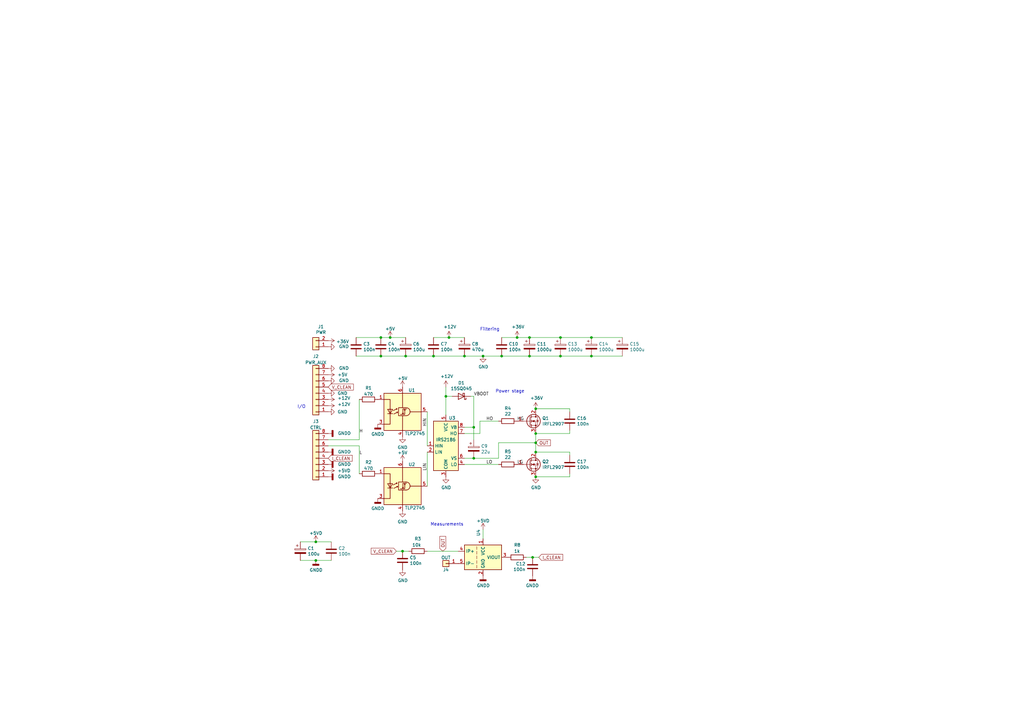
<source format=kicad_sch>
(kicad_sch (version 20211123) (generator eeschema)
  (paper "A3")
  (lib_symbols
    (symbol "Connector_Generic:Conn_01x01" (pin_names (offset 1.016) hide)
      (property "Reference" "J" (at 0 2.54 0))
      (property "Value" "Conn_01x01" (at 0 -2.54 0))
      (symbol "Conn_01x01_1_1"
        (rectangle (start -1.27 0.127) (end 0 -0.127) (stroke (width 0.1524)))
        (rectangle (start -1.27 1.27) (end 1.27 -1.27) (stroke (width 0.254)) (fill (type background)))
        (pin passive line (at -5.08 0 0) (length 3.81) (name "Pin_1") (number "1"))
      )
    )
    (symbol "Connector_Generic:Conn_01x02" (pin_names (offset 1.016) hide)
      (property "Reference" "J" (at 0 2.54 0))
      (property "Value" "Conn_01x02" (at 0 -5.08 0))
      (symbol "Conn_01x02_1_1"
        (rectangle (start -1.27 -2.413) (end 0 -2.667) (stroke (width 0.1524)))
        (rectangle (start -1.27 0.127) (end 0 -0.127) (stroke (width 0.1524)))
        (rectangle (start -1.27 1.27) (end 1.27 -3.81) (stroke (width 0.254)) (fill (type background)))
        (pin passive line (at -5.08 0 0) (length 3.81) (name "Pin_1") (number "1"))
        (pin passive line (at -5.08 -2.54 0) (length 3.81) (name "Pin_2") (number "2"))
      )
    )
    (symbol "Connector_Generic:Conn_01x08" (pin_names (offset 1.016) hide)
      (property "Reference" "J" (at 0 10.16 0))
      (property "Value" "Conn_01x08" (at 0 -12.7 0))
      (symbol "Conn_01x08_1_1"
        (rectangle (start -1.27 -10.033) (end 0 -10.287) (stroke (width 0.1524)))
        (rectangle (start -1.27 -7.493) (end 0 -7.747) (stroke (width 0.1524)))
        (rectangle (start -1.27 -4.953) (end 0 -5.207) (stroke (width 0.1524)))
        (rectangle (start -1.27 -2.413) (end 0 -2.667) (stroke (width 0.1524)))
        (rectangle (start -1.27 0.127) (end 0 -0.127) (stroke (width 0.1524)))
        (rectangle (start -1.27 2.667) (end 0 2.413) (stroke (width 0.1524)))
        (rectangle (start -1.27 5.207) (end 0 4.953) (stroke (width 0.1524)))
        (rectangle (start -1.27 7.747) (end 0 7.493) (stroke (width 0.1524)))
        (rectangle (start -1.27 8.89) (end 1.27 -11.43) (stroke (width 0.254)) (fill (type background)))
        (pin passive line (at -5.08 7.62 0) (length 3.81) (name "Pin_1") (number "1"))
        (pin passive line (at -5.08 5.08 0) (length 3.81) (name "Pin_2") (number "2"))
        (pin passive line (at -5.08 2.54 0) (length 3.81) (name "Pin_3") (number "3"))
        (pin passive line (at -5.08 0 0) (length 3.81) (name "Pin_4") (number "4"))
        (pin passive line (at -5.08 -2.54 0) (length 3.81) (name "Pin_5") (number "5"))
        (pin passive line (at -5.08 -5.08 0) (length 3.81) (name "Pin_6") (number "6"))
        (pin passive line (at -5.08 -7.62 0) (length 3.81) (name "Pin_7") (number "7"))
        (pin passive line (at -5.08 -10.16 0) (length 3.81) (name "Pin_8") (number "8"))
      )
    )
    (symbol "Device:C" (pin_numbers hide) (pin_names (offset 0.254))
      (property "Reference" "C" (at 0.635 2.54 0))
      (property "Value" "C" (at 0.635 -2.54 0))
      (symbol "C_0_1"
        (polyline (pts (xy -2.032 -0.762) (xy 2.032 -0.762)) (stroke (width 0.508)))
        (polyline (pts (xy -2.032 0.762) (xy 2.032 0.762)) (stroke (width 0.508)))
      )
      (symbol "C_1_1"
        (pin passive line (at 0 3.81 270) (length 2.794) (name "~") (number "1"))
        (pin passive line (at 0 -3.81 90) (length 2.794) (name "~") (number "2"))
      )
    )
    (symbol "Device:CP" (pin_numbers hide) (pin_names (offset 0.254))
      (property "Reference" "C" (at 0.635 2.54 0))
      (property "Value" "Device_CP" (at 0.635 -2.54 0))
      (symbol "CP_0_1"
        (rectangle (start -2.286 0.508) (end 2.286 1.016))
        (polyline (pts (xy -1.778 2.286) (xy -0.762 2.286)))
        (polyline (pts (xy -1.27 2.794) (xy -1.27 1.778)))
        (rectangle (start 2.286 -0.508) (end -2.286 -1.016) (fill (type outline)))
      )
      (symbol "CP_1_1"
        (pin passive line (at 0 3.81 270) (length 2.794) (name "~") (number "1"))
        (pin passive line (at 0 -3.81 90) (length 2.794) (name "~") (number "2"))
      )
    )
    (symbol "Device:D_Schottky" (pin_numbers hide) (pin_names (offset 1.016) hide)
      (property "Reference" "D" (at 0 2.54 0))
      (property "Value" "D_Schottky" (at 0 -2.54 0))
      (symbol "D_Schottky_0_1"
        (polyline (pts (xy 1.27 0) (xy -1.27 0)))
        (polyline (pts (xy 1.27 1.27) (xy 1.27 -1.27) (xy -1.27 0) (xy 1.27 1.27)) (stroke (width 0.254)))
        (polyline (pts (xy -1.905 0.635) (xy -1.905 1.27) (xy -1.27 1.27) (xy -1.27 -1.27) (xy -0.635 -1.27) (xy -0.635 -0.635)) (stroke (width 0.254)))
      )
      (symbol "D_Schottky_1_1"
        (pin passive line (at -3.81 0 0) (length 2.54) (name "K") (number "1"))
        (pin passive line (at 3.81 0 180) (length 2.54) (name "A") (number "2"))
      )
    )
    (symbol "Device:R" (pin_numbers hide) (pin_names (offset 0))
      (property "Reference" "R" (at 2.032 0 90))
      (property "Value" "R" (at 0 0 90))
      (symbol "R_0_1"
        (rectangle (start -1.016 -2.54) (end 1.016 2.54) (stroke (width 0.254)))
      )
      (symbol "R_1_1"
        (pin passive line (at 0 3.81 270) (length 1.27) (name "~") (number "1"))
        (pin passive line (at 0 -3.81 90) (length 1.27) (name "~") (number "2"))
      )
    )
    (symbol "Driver_FET:IRS2186"
      (property "Reference" "U" (at 1.27 13.335 0))
      (property "Value" "IRS2186" (at 1.27 11.43 0))
      (symbol "IRS2186_0_1"
        (rectangle (start -5.08 -10.16) (end 5.08 10.16) (stroke (width 0.254)) (fill (type background)))
      )
      (symbol "IRS2186_1_1"
        (pin input line (at -7.62 0 0) (length 2.54) (name "HIN") (number "1"))
        (pin input line (at -7.62 -2.54 0) (length 2.54) (name "LIN") (number "2"))
        (pin power_in line (at 0 -12.7 90) (length 2.54) (name "COM") (number "3"))
        (pin output line (at 7.62 -7.62 180) (length 2.54) (name "LO") (number "4"))
        (pin power_in line (at 0 12.7 270) (length 2.54) (name "VCC") (number "5"))
        (pin passive line (at 7.62 -5.08 180) (length 2.54) (name "VS") (number "6"))
        (pin output line (at 7.62 5.08 180) (length 2.54) (name "HO") (number "7"))
        (pin passive line (at 7.62 7.62 180) (length 2.54) (name "VB") (number "8"))
      )
    )
    (symbol "Isolator:TLP2745" (pin_names (offset 1.016) hide)
      (property "Reference" "U" (at -7.112 8.89 0))
      (property "Value" "TLP2745" (at 1.016 9.144 0))
      (symbol "TLP2745_0_1"
        (rectangle (start -7.62 7.62) (end 7.62 -7.62) (stroke (width 0.254)) (fill (type background)))
        (polyline (pts (xy -6.096 -0.762) (xy -4.064 -0.762)) (stroke (width 0.254)))
        (polyline (pts (xy -5.08 -0.762) (xy -5.08 -1.27)) (stroke (width 0.254)))
        (polyline (pts (xy -5.08 1.016) (xy -5.08 -0.762)) (stroke (width 0.254)))
        (polyline (pts (xy -5.08 1.016) (xy -5.08 1.397)) (stroke (width 0.254)))
        (polyline (pts (xy -3.81 0.508) (xy -2.286 1.27)) (stroke (width 0.254)))
        (polyline (pts (xy -3.556 -0.889) (xy -2.032 -0.127)) (stroke (width 0.254)))
        (polyline (pts (xy -2.286 1.27) (xy -2.5908 1.3716)) (stroke (width 0.254)))
        (polyline (pts (xy -2.286 1.27) (xy -2.3876 0.9144)) (stroke (width 0.254)))
        (polyline (pts (xy -2.032 -0.127) (xy -2.3368 -0.0254)) (stroke (width 0.254)))
        (polyline (pts (xy -2.032 -0.127) (xy -2.1336 -0.4826)) (stroke (width 0.254)))
        (polyline (pts (xy 0 -7.62) (xy 0.0254 -1.651)) (stroke (width 0.254)))
        (polyline (pts (xy 0 7.5946) (xy 0.0254 1.778)) (stroke (width 0.254)))
        (polyline (pts (xy 7.5946 0) (xy 3.1496 0)) (stroke (width 0.254)))
        (polyline (pts (xy -7.62 -5.08) (xy -5.08 -5.08) (xy -5.08 -1.27)) (stroke (width 0.254)))
        (polyline (pts (xy -5.08 1.27) (xy -5.08 5.08) (xy -7.62 5.08)) (stroke (width 0.254)))
        (polyline (pts (xy 0.1524 -0.8382) (xy -0.1016 -0.5842) (xy 0.4064 -0.5842)) (stroke (width 0.254)))
        (polyline (pts (xy 0.9144 0.9398) (xy 0.9144 -1.0922) (xy -0.8636 -1.0922)) (stroke (width 0.254)))
        (polyline (pts (xy -6.096 1.016) (xy -4.064 1.016) (xy -5.08 -0.762) (xy -6.096 1.016)) (stroke (width 0.254)))
        (polyline (pts (xy 0.9144 0.9398) (xy 0.6604 0.6858) (xy 1.1684 0.6858) (xy 0.9144 0.9398)) (stroke (width 0.254)))
        (polyline (pts (xy 1.4224 1.7018) (xy -1.6256 1.7018) (xy -1.6256 -1.6002) (xy 1.4224 -1.6002)) (stroke (width 0.254)))
        (polyline (pts (xy 1.6764 1.1938) (xy 0.1524 1.1938) (xy 0.1524 -0.8382) (xy 0.4064 -0.5842)) (stroke (width 0.254)))
        (arc (start 1.4224 -1.6002) (mid 2.6101 -1.1115) (end 3.0988 0.0762) (stroke (width 0.254)))
        (arc (start 3.0734 0) (mid 2.6011 1.2413) (end 1.3462 1.6764) (stroke (width 0.254)))
      )
      (symbol "TLP2745_1_1"
        (pin passive line (at -10.16 5.08 0) (length 2.54) (name "A") (number "1"))
        (pin no_connect line (at -7.62 0 0) (length 2.54) hide (name "NC") (number "2"))
        (pin passive line (at -10.16 -5.08 0) (length 2.54) (name "K") (number "3"))
        (pin power_in line (at 0 -10.16 90) (length 2.54) (name "GND") (number "4"))
        (pin output line (at 10.16 0 180) (length 2.54) (name "VO") (number "5"))
        (pin power_in line (at 0 10.16 270) (length 2.54) (name "VDD") (number "6"))
      )
    )
    (symbol "Sensor_Current:ACS758xCB-100B-PFF"
      (property "Reference" "U" (at -7.62 6.35 0))
      (property "Value" "ACS758xCB-100B-PFF" (at 2.54 6.35 0))
      (symbol "ACS758xCB-100B-PFF_0_1"
        (rectangle (start -7.62 5.08) (end 7.62 -5.08) (stroke (width 0.254)) (fill (type background)))
        (polyline (pts (xy -2.54 -3.175) (xy -2.54 -4.445)))
        (polyline (pts (xy -2.54 -1.27) (xy -2.54 -2.54)))
        (polyline (pts (xy -2.54 0.635) (xy -2.54 -0.635)))
        (polyline (pts (xy -2.54 1.27) (xy -2.54 2.54)))
        (polyline (pts (xy -2.54 3.175) (xy -2.54 4.445)))
      )
      (symbol "ACS758xCB-100B-PFF_1_1"
        (pin power_in line (at 0 7.62 270) (length 2.54) (name "VCC") (number "1"))
        (pin power_in line (at 0 -7.62 90) (length 2.54) (name "GND") (number "2"))
        (pin output line (at 10.16 0 180) (length 2.54) (name "VIOUT") (number "3"))
        (pin passive line (at -10.16 2.54 0) (length 2.54) (name "IP+") (number "4"))
        (pin passive line (at -10.16 -2.54 0) (length 2.54) (name "IP-") (number "5"))
      )
    )
    (symbol "Transistor_FET:BUZ11" (pin_names hide)
      (property "Reference" "Q" (at 6.35 1.905 0))
      (property "Value" "BUZ11" (at 6.35 0 0))
      (symbol "BUZ11_0_1"
        (polyline (pts (xy 0.254 0) (xy -2.54 0)))
        (polyline (pts (xy 0.254 1.905) (xy 0.254 -1.905)) (stroke (width 0.254)))
        (polyline (pts (xy 0.762 -1.27) (xy 0.762 -2.286)) (stroke (width 0.254)))
        (polyline (pts (xy 0.762 0.508) (xy 0.762 -0.508)) (stroke (width 0.254)))
        (polyline (pts (xy 0.762 2.286) (xy 0.762 1.27)) (stroke (width 0.254)))
        (polyline (pts (xy 2.54 2.54) (xy 2.54 1.778)))
        (polyline (pts (xy 2.54 -2.54) (xy 2.54 0) (xy 0.762 0)))
        (polyline (pts (xy 0.762 -1.778) (xy 3.302 -1.778) (xy 3.302 1.778) (xy 0.762 1.778)))
        (polyline (pts (xy 1.016 0) (xy 2.032 0.381) (xy 2.032 -0.381) (xy 1.016 0)) (fill (type outline)))
        (polyline (pts (xy 2.794 0.508) (xy 2.921 0.381) (xy 3.683 0.381) (xy 3.81 0.254)))
        (polyline (pts (xy 3.302 0.381) (xy 2.921 -0.254) (xy 3.683 -0.254) (xy 3.302 0.381)))
        (circle (center 1.651 0) (radius 2.794) (stroke (width 0.254)))
        (circle (center 2.54 -1.778) (radius 0.254) (fill (type outline)))
        (circle (center 2.54 1.778) (radius 0.254) (fill (type outline)))
      )
      (symbol "BUZ11_1_1"
        (pin input line (at -5.08 0 0) (length 2.54) (name "G") (number "1"))
        (pin passive line (at 2.54 5.08 270) (length 2.54) (name "D") (number "2"))
        (pin passive line (at 2.54 -5.08 90) (length 2.54) (name "S") (number "3"))
      )
    )
    (symbol "power:+12V" (power) (pin_names (offset 0))
      (property "Value" "+12V" (at 0 3.556 0))
      (symbol "+12V_0_1"
        (polyline (pts (xy -0.762 1.27) (xy 0 2.54)))
        (polyline (pts (xy 0 0) (xy 0 2.54)))
        (polyline (pts (xy 0 2.54) (xy 0.762 1.27)))
      )
      (symbol "+12V_1_1"
        (pin power_in line (at 0 0 90) (length 0) hide (name "+12V") (number "1"))
      )
    )
    (symbol "power:+36V" (power) (pin_names (offset 0))
      (property "Value" "+36V" (at 0 3.556 0))
      (symbol "+36V_0_1"
        (polyline (pts (xy -0.762 1.27) (xy 0 2.54)))
        (polyline (pts (xy 0 0) (xy 0 2.54)))
        (polyline (pts (xy 0 2.54) (xy 0.762 1.27)))
      )
      (symbol "+36V_1_1"
        (pin power_in line (at 0 0 90) (length 0) hide (name "+36V") (number "1"))
      )
    )
    (symbol "power:+5V" (power) (pin_names (offset 0))
      (property "Value" "+5V" (at 0 3.556 0))
      (symbol "+5V_0_1"
        (polyline (pts (xy -0.762 1.27) (xy 0 2.54)))
        (polyline (pts (xy 0 0) (xy 0 2.54)))
        (polyline (pts (xy 0 2.54) (xy 0.762 1.27)))
      )
      (symbol "+5V_1_1"
        (pin power_in line (at 0 0 90) (length 0) hide (name "+5V") (number "1"))
      )
    )
    (symbol "power:+5VD" (power) (pin_names (offset 0))
      (property "Value" "+5VD" (at 0 3.556 0))
      (symbol "+5VD_0_1"
        (polyline (pts (xy -0.762 1.27) (xy 0 2.54)))
        (polyline (pts (xy 0 0) (xy 0 2.54)))
        (polyline (pts (xy 0 2.54) (xy 0.762 1.27)))
      )
      (symbol "+5VD_1_1"
        (pin power_in line (at 0 0 90) (length 0) hide (name "+5VD") (number "1"))
      )
    )
    (symbol "power:GND" (power) (pin_names (offset 0))
      (property "Value" "GND" (at 0 -3.81 0))
      (symbol "GND_0_1"
        (polyline (pts (xy 0 0) (xy 0 -1.27) (xy 1.27 -1.27) (xy 0 -2.54) (xy -1.27 -1.27) (xy 0 -1.27)))
      )
      (symbol "GND_1_1"
        (pin power_in line (at 0 0 270) (length 0) hide (name "GND") (number "1"))
      )
    )
    (symbol "power:GNDD" (power) (pin_names (offset 0))
      (property "Value" "GNDD" (at 0 -3.175 0))
      (symbol "GNDD_0_1"
        (rectangle (start -1.27 -1.524) (end 1.27 -2.032) (stroke (width 0.254)) (fill (type outline)))
        (polyline (pts (xy 0 0) (xy 0 -1.524)))
      )
      (symbol "GNDD_1_1"
        (pin power_in line (at 0 0 270) (length 0) hide (name "GNDD") (number "1"))
      )
    )
  )
  (junction (at 184.15 138.43))
  (junction (at 218.44 228.6))
  (junction (at 219.71 195.58))
  (junction (at 219.71 181.61))
  (junction (at 229.87 138.43))
  (junction (at 156.21 138.43))
  (junction (at 212.09 138.43))
  (junction (at 177.8 146.05))
  (junction (at 160.02 138.43))
  (junction (at 242.57 138.43))
  (junction (at 217.17 138.43))
  (junction (at 156.21 146.05))
  (junction (at 219.71 177.8))
  (junction (at 217.17 146.05))
  (junction (at 219.71 167.64))
  (junction (at 198.12 146.05))
  (junction (at 190.5 146.05))
  (junction (at 194.31 175.26))
  (junction (at 129.54 222.25))
  (junction (at 165.1 226.06))
  (junction (at 242.57 146.05))
  (junction (at 182.88 162.56))
  (junction (at 194.31 187.96))
  (junction (at 219.71 185.42))
  (junction (at 229.87 146.05))
  (junction (at 205.74 146.05))
  (junction (at 129.54 229.87))
  (junction (at 166.37 146.05))
  (wire (pts (xy 190.5 146.05) (xy 198.12 146.05)))
  (wire (pts (xy 219.71 181.61) (xy 219.71 185.42)))
  (wire (pts (xy 194.31 187.96) (xy 204.47 187.96)))
  (wire (pts (xy 175.26 185.42) (xy 175.26 199.39)))
  (wire (pts (xy 156.21 138.43) (xy 160.02 138.43)))
  (wire (pts (xy 160.02 138.43) (xy 166.37 138.43)))
  (wire (pts (xy 166.37 146.05) (xy 177.8 146.05)))
  (wire (pts (xy 218.44 228.6) (xy 220.98 228.6)))
  (wire (pts (xy 229.87 146.05) (xy 242.57 146.05)))
  (wire (pts (xy 147.32 182.88) (xy 134.62 182.88)))
  (wire (pts (xy 167.64 226.06) (xy 165.1 226.06)))
  (wire (pts (xy 205.74 146.05) (xy 217.17 146.05)))
  (wire (pts (xy 242.57 138.43) (xy 255.27 138.43)))
  (wire (pts (xy 217.17 138.43) (xy 229.87 138.43)))
  (wire (pts (xy 156.21 146.05) (xy 166.37 146.05)))
  (wire (pts (xy 182.88 162.56) (xy 185.42 162.56)))
  (wire (pts (xy 215.9 228.6) (xy 218.44 228.6)))
  (wire (pts (xy 194.31 162.56) (xy 194.31 175.26)))
  (wire (pts (xy 147.32 180.34) (xy 147.32 163.83)))
  (wire (pts (xy 204.47 181.61) (xy 219.71 181.61)))
  (wire (pts (xy 198.12 146.05) (xy 205.74 146.05)))
  (wire (pts (xy 205.74 138.43) (xy 212.09 138.43)))
  (wire (pts (xy 182.88 170.18) (xy 182.88 162.56)))
  (wire (pts (xy 193.04 162.56) (xy 194.31 162.56)))
  (wire (pts (xy 219.71 177.8) (xy 233.68 177.8)))
  (wire (pts (xy 129.54 222.25) (xy 135.89 222.25)))
  (wire (pts (xy 233.68 194.31) (xy 233.68 195.58)))
  (wire (pts (xy 194.31 175.26) (xy 194.31 180.34)))
  (wire (pts (xy 219.71 195.58) (xy 233.68 195.58)))
  (wire (pts (xy 190.5 190.5) (xy 204.47 190.5)))
  (wire (pts (xy 204.47 187.96) (xy 204.47 181.61)))
  (wire (pts (xy 175.26 168.91) (xy 175.26 182.88)))
  (wire (pts (xy 165.1 226.06) (xy 162.56 226.06)))
  (wire (pts (xy 242.57 146.05) (xy 255.27 146.05)))
  (wire (pts (xy 196.85 177.8) (xy 196.85 172.72)))
  (wire (pts (xy 182.88 158.75) (xy 182.88 162.56)))
  (wire (pts (xy 146.05 146.05) (xy 156.21 146.05)))
  (wire (pts (xy 184.15 138.43) (xy 190.5 138.43)))
  (wire (pts (xy 146.05 138.43) (xy 156.21 138.43)))
  (wire (pts (xy 196.85 172.72) (xy 204.47 172.72)))
  (wire (pts (xy 198.12 220.98) (xy 198.12 217.17)))
  (wire (pts (xy 177.8 146.05) (xy 190.5 146.05)))
  (wire (pts (xy 233.68 186.69) (xy 233.68 185.42)))
  (wire (pts (xy 190.5 177.8) (xy 196.85 177.8)))
  (wire (pts (xy 123.19 229.87) (xy 129.54 229.87)))
  (wire (pts (xy 217.17 146.05) (xy 229.87 146.05)))
  (wire (pts (xy 212.09 138.43) (xy 217.17 138.43)))
  (wire (pts (xy 177.8 138.43) (xy 184.15 138.43)))
  (wire (pts (xy 190.5 187.96) (xy 194.31 187.96)))
  (wire (pts (xy 134.62 180.34) (xy 147.32 180.34)))
  (wire (pts (xy 229.87 138.43) (xy 242.57 138.43)))
  (wire (pts (xy 129.54 229.87) (xy 135.89 229.87)))
  (wire (pts (xy 190.5 175.26) (xy 194.31 175.26)))
  (wire (pts (xy 187.96 226.06) (xy 175.26 226.06)))
  (wire (pts (xy 219.71 185.42) (xy 233.68 185.42)))
  (wire (pts (xy 219.71 167.64) (xy 233.68 167.64)))
  (wire (pts (xy 123.19 222.25) (xy 129.54 222.25)))
  (wire (pts (xy 233.68 168.91) (xy 233.68 167.64)))
  (wire (pts (xy 233.68 176.53) (xy 233.68 177.8)))
  (wire (pts (xy 219.71 177.8) (xy 219.71 181.61)))
  (wire (pts (xy 147.32 194.31) (xy 147.32 182.88)))
  (text "I/O\n" (at 121.92 167.64 0) (effects (font (size 1.27 1.27)) (justify left bottom)))
  (text "Filtering" (at 196.85 135.89 0) (effects (font (size 1.27 1.27)) (justify left bottom)))
  (text "Measurements" (at 176.53 215.9 0) (effects (font (size 1.27 1.27)) (justify left bottom)))
  (text "Power stage" (at 203.2 161.29 0) (effects (font (size 1.27 1.27)) (justify left bottom)))
  (label "H" (at 147.32 177.8 0))
  (label "L" (at 147.32 186.69 0))
  (label "LO" (at 199.39 190.5 0))
  (label "LIN" (at 175.26 193.04 90))
  (label "VBOOT" (at 194.31 162.56 0))
  (label "HO" (at 199.39 172.72 0))
  (label "HIN" (at 175.26 171.45 270))
  (label "LG" (at 212.09 190.5 0))
  (label "HG" (at 212.09 172.72 0))
  (global_label "V_CLEAN" (shape input) (at 162.56 226.06 180) (property "Intersheet References" "${INTERSHEET_REFS}" (effects hide)))
  (global_label "I_CLEAN" (shape input) (at 220.98 228.6 0) (property "Intersheet References" "${INTERSHEET_REFS}" (effects hide)))
  (global_label "OUT" (shape input) (at 181.61 226.06 90) (property "Intersheet References" "${INTERSHEET_REFS}" (effects hide)))
  (global_label "I_CLEAN" (shape input) (at 134.62 187.96 0) (property "Intersheet References" "${INTERSHEET_REFS}" (effects hide)))
  (global_label "V_CLEAN" (shape input) (at 134.62 158.75 0) (property "Intersheet References" "${INTERSHEET_REFS}" (effects hide)))
  (global_label "OUT" (shape input) (at 219.71 181.61 0) (property "Intersheet References" "${INTERSHEET_REFS}" (effects hide)))
  (symbol (lib_id "Driver_FET:IRS2186") (at 182.88 182.88 0) (unit 1)
    (property "Reference" "U3" (at 185.42 171.45 0))
    (property "Value" "IRS2186" (at 182.88 180.34 0))
    (property "Footprint" "Package_DIP:DIP-8_W7.62mm_LongPads" (effects hide))
    (property "Datasheet" "https://www.infineon.com/dgdl/irs2186pbf.pdf?fileId=5546d462533600a40153567716c427ed" (effects hide))
  )
  (symbol (lib_id "Transistor_FET:BUZ11") (at 217.17 190.5 0) (unit 1)
    (property "Reference" "Q2" (at 222.377 189.3316 0) (effects (justify left)))
    (property "Value" "IRFL2907" (at 222.377 191.643 0) (effects (justify left)))
    (property "Footprint" "Package_TO_SOT_THT:TO-247-3_Vertical" (effects hide))
    (property "Datasheet" "https://media.digikey.com/pdf/Data%20Sheets/Fairchild%20PDFs/BUZ11.pdf" (effects hide))
  )
  (symbol (lib_id "Transistor_FET:BUZ11") (at 217.17 172.72 0) (unit 1)
    (property "Reference" "Q1" (at 222.377 171.5516 0) (effects (justify left)))
    (property "Value" "IRFL2907" (at 222.377 173.863 0) (effects (justify left)))
    (property "Footprint" "Package_TO_SOT_THT:TO-247-3_Vertical" (effects hide))
    (property "Datasheet" "https://media.digikey.com/pdf/Data%20Sheets/Fairchild%20PDFs/BUZ11.pdf" (effects hide))
  )
  (symbol (lib_id "Device:D_Schottky") (at 189.23 162.56 180) (unit 1)
    (property "Reference" "D1" (at 189.23 157.0482 0))
    (property "Value" "15SQ045" (at 189.23 159.3596 0))
    (property "Footprint" "Diode_THT:D_P600_R-6_P12.70mm_Horizontal" (effects hide))
  )
  (symbol (lib_id "Device:CP") (at 194.31 184.15 0) (unit 1)
    (property "Reference" "C9" (at 197.3072 182.9816 0) (effects (justify left)))
    (property "Value" "22u" (at 197.3072 185.293 0) (effects (justify left)))
    (property "Footprint" "Capacitor_THT:CP_Radial_D5.0mm_P2.50mm" (effects hide))
  )
  (symbol (lib_id "Device:CP") (at 190.5 142.24 0) (unit 1)
    (property "Reference" "C8" (at 193.4972 141.0716 0) (effects (justify left)))
    (property "Value" "470u" (at 193.4972 143.383 0) (effects (justify left)))
    (property "Footprint" "Capacitor_THT:CP_Radial_D10.0mm_P5.00mm" (effects hide))
  )
  (symbol (lib_id "Device:R") (at 208.28 190.5 270) (unit 1)
    (property "Reference" "R5" (at 208.28 185.2422 90))
    (property "Value" "22" (at 208.28 187.5536 90))
    (property "Footprint" "Resistor_THT:R_Axial_DIN0411_L9.9mm_D3.6mm_P12.70mm_Horizontal" (effects hide))
  )
  (symbol (lib_id "Device:R") (at 208.28 172.72 270) (unit 1)
    (property "Reference" "R4" (at 208.28 167.4622 90))
    (property "Value" "22" (at 208.28 169.7736 90))
    (property "Footprint" "Resistor_THT:R_Axial_DIN0411_L9.9mm_D3.6mm_P12.70mm_Horizontal" (effects hide))
  )
  (symbol (lib_id "power:GND") (at 182.88 195.58 0) (unit 1)
    (property "Reference" "#PWR026" (effects hide))
    (property "Value" "GND" (at 183.007 199.9742 0))
  )
  (symbol (lib_id "power:GND") (at 219.71 195.58 0) (unit 1)
    (property "Reference" "#PWR034" (effects hide))
    (property "Value" "GND" (at 219.837 199.9742 0))
  )
  (symbol (lib_id "power:+12V") (at 184.15 138.43 0) (unit 1)
    (property "Reference" "#PWR027" (effects hide))
    (property "Value" "+12V" (at 184.531 134.0358 0))
  )
  (symbol (lib_id "Device:C") (at 205.74 142.24 0) (unit 1)
    (property "Reference" "C10" (at 208.661 141.0716 0) (effects (justify left)))
    (property "Value" "100n" (at 208.661 143.383 0) (effects (justify left)))
    (property "Footprint" "Capacitor_SMD:C_0805_2012Metric" (effects hide))
  )
  (symbol (lib_id "Sensor_Current:ACS758xCB-100B-PFF") (at 198.12 228.6 0) (unit 1)
    (property "Reference" "U4" (at 196.9516 219.8624 90) (effects (justify left bottom)))
    (property "Value" "ACS758xCB-100B-PFF" (effects hide))
    (property "Footprint" "Sensor_Current:Allegro_CB_PFF" (effects hide))
    (property "Datasheet" "http://www.allegromicro.com/~/media/Files/Datasheets/ACS758-Datasheet.ashx?la=en" (effects hide))
  )
  (symbol (lib_id "Device:C") (at 218.44 232.41 0) (mirror y) (unit 1)
    (property "Reference" "C12" (at 215.519 231.2416 0) (effects (justify left)))
    (property "Value" "100n" (at 215.519 233.553 0) (effects (justify left)))
    (property "Footprint" "Capacitor_SMD:C_0805_2012Metric" (effects hide))
  )
  (symbol (lib_id "Device:CP") (at 123.19 226.06 0) (unit 1)
    (property "Reference" "C1" (at 126.1872 224.8916 0) (effects (justify left)))
    (property "Value" "100u" (at 126.1872 227.203 0) (effects (justify left)))
    (property "Footprint" "Capacitor_THT:CP_Radial_D5.0mm_P2.50mm" (effects hide))
  )
  (symbol (lib_id "Device:R") (at 212.09 228.6 270) (mirror x) (unit 1)
    (property "Reference" "R8" (at 210.82 223.52 90) (effects (justify left)))
    (property "Value" "1k" (at 210.82 226.06 90) (effects (justify left)))
    (property "Footprint" "Resistor_SMD:R_0805_2012Metric" (effects hide))
  )
  (symbol (lib_id "power:GNDD") (at 198.12 236.22 0) (unit 1)
    (property "Reference" "#PWR030" (effects hide))
    (property "Value" "GNDD" (at 198.2216 240.157 0))
  )
  (symbol (lib_id "power:GNDD") (at 218.44 236.22 0) (mirror y) (unit 1)
    (property "Reference" "#PWR032" (effects hide))
    (property "Value" "GNDD" (at 218.3384 240.157 0))
  )
  (symbol (lib_id "power:GNDD") (at 129.54 229.87 0) (unit 1)
    (property "Reference" "#PWR02" (effects hide))
    (property "Value" "GNDD" (at 129.6416 233.807 0))
  )
  (symbol (lib_id "Connector_Generic:Conn_01x02") (at 129.54 142.24 180) (unit 1)
    (property "Reference" "J1" (at 131.6228 133.985 0))
    (property "Value" "PWR" (at 131.6228 136.2964 0))
    (property "Footprint" "XT90:XT90PB" (effects hide))
  )
  (symbol (lib_id "power:+12V") (at 134.62 166.37 270) (mirror x) (unit 1)
    (property "Reference" "#PWR010" (effects hide))
    (property "Value" "+12V" (at 138.43 165.1 90) (effects (justify left bottom)))
  )
  (symbol (lib_id "power:GNDD") (at 134.62 190.5 90) (unit 1)
    (property "Reference" "#PWR014" (effects hide))
    (property "Value" "GNDD" (at 138.557 190.3984 90) (effects (justify right)))
  )
  (symbol (lib_id "Device:C") (at 135.89 226.06 0) (unit 1)
    (property "Reference" "C2" (at 138.811 224.8916 0) (effects (justify left)))
    (property "Value" "100n" (at 138.811 227.203 0) (effects (justify left)))
    (property "Footprint" "Capacitor_SMD:C_0805_2012Metric" (effects hide))
  )
  (symbol (lib_id "power:GND") (at 134.62 151.13 90) (unit 1)
    (property "Reference" "#PWR05" (effects hide))
    (property "Value" "GND" (at 139.0142 151.003 90) (effects (justify right)))
  )
  (symbol (lib_id "power:GND") (at 134.62 142.24 90) (unit 1)
    (property "Reference" "#PWR04" (effects hide))
    (property "Value" "GND" (at 139.0142 142.113 90) (effects (justify right)))
  )
  (symbol (lib_id "power:+12V") (at 182.88 158.75 0) (unit 1)
    (property "Reference" "#PWR025" (effects hide))
    (property "Value" "+12V" (at 183.261 154.3558 0))
  )
  (symbol (lib_id "Device:C") (at 177.8 142.24 0) (unit 1)
    (property "Reference" "C7" (at 180.721 141.0716 0) (effects (justify left)))
    (property "Value" "100n" (at 180.721 143.383 0) (effects (justify left)))
    (property "Footprint" "Capacitor_SMD:C_0805_2012Metric" (effects hide))
  )
  (symbol (lib_id "power:GND") (at 198.12 146.05 0) (unit 1)
    (property "Reference" "#PWR028" (effects hide))
    (property "Value" "GND" (at 198.247 150.4442 0))
  )
  (symbol (lib_id "power:+36V") (at 219.71 167.64 0) (unit 1)
    (property "Reference" "#PWR033" (effects hide))
    (property "Value" "+36V" (at 220.091 163.2458 0))
  )
  (symbol (lib_id "power:+36V") (at 212.09 138.43 0) (unit 1)
    (property "Reference" "#PWR031" (effects hide))
    (property "Value" "+36V" (at 212.471 134.0358 0))
  )
  (symbol (lib_id "power:GNDD") (at 134.62 195.58 90) (unit 1)
    (property "Reference" "#PWR016" (effects hide))
    (property "Value" "GNDD" (at 138.557 195.4784 90) (effects (justify right)))
  )
  (symbol (lib_id "power:GNDD") (at 134.62 185.42 90) (unit 1)
    (property "Reference" "#PWR013" (effects hide))
    (property "Value" "GNDD" (at 138.557 185.3184 90) (effects (justify right)))
  )
  (symbol (lib_id "Device:C") (at 165.1 229.87 0) (unit 1)
    (property "Reference" "C5" (at 168.021 228.7016 0) (effects (justify left)))
    (property "Value" "100n" (at 168.021 231.013 0) (effects (justify left)))
    (property "Footprint" "Capacitor_SMD:C_0805_2012Metric" (effects hide))
  )
  (symbol (lib_id "Device:R") (at 171.45 226.06 90) (unit 1)
    (property "Reference" "R3" (at 172.72 220.98 90) (effects (justify left)))
    (property "Value" "10k" (at 172.72 223.52 90) (effects (justify left)))
    (property "Footprint" "Resistor_SMD:R_0805_2012Metric" (effects hide))
  )
  (symbol (lib_id "power:GND") (at 165.1 233.68 0) (unit 1)
    (property "Reference" "#PWR024" (effects hide))
    (property "Value" "GND" (at 165.227 238.0742 0))
  )
  (symbol (lib_id "power:GND") (at 134.62 168.91 90) (unit 1)
    (property "Reference" "#PWR011" (effects hide))
    (property "Value" "GND" (at 138.43 168.91 90) (effects (justify right)))
  )
  (symbol (lib_id "power:GND") (at 134.62 161.29 90) (mirror x) (unit 1)
    (property "Reference" "#PWR08" (effects hide))
    (property "Value" "GND" (at 138.43 161.29 90) (effects (justify right)))
  )
  (symbol (lib_id "power:+12V") (at 134.62 163.83 270) (mirror x) (unit 1)
    (property "Reference" "#PWR09" (effects hide))
    (property "Value" "+12V" (at 138.43 162.56 90) (effects (justify left bottom)))
  )
  (symbol (lib_id "power:GND") (at 134.62 156.21 90) (unit 1)
    (property "Reference" "#PWR07" (effects hide))
    (property "Value" "GND" (at 139.0142 156.083 90) (effects (justify right)))
  )
  (symbol (lib_id "power:+36V") (at 134.62 139.7 270) (unit 1)
    (property "Reference" "#PWR03" (effects hide))
    (property "Value" "+36V" (at 137.8712 140.081 90) (effects (justify left)))
  )
  (symbol (lib_id "power:+5VD") (at 134.62 193.04 270) (unit 1)
    (property "Reference" "#PWR015" (effects hide))
    (property "Value" "+5VD" (at 138.43 193.04 90) (effects (justify left)))
  )
  (symbol (lib_id "power:GND") (at 165.1 209.55 0) (unit 1)
    (property "Reference" "#PWR023" (effects hide))
    (property "Value" "GND" (at 165.1 213.9934 0))
  )
  (symbol (lib_id "power:+5V") (at 160.02 138.43 0) (unit 1)
    (property "Reference" "#PWR019" (effects hide))
    (property "Value" "+5V" (at 160.02 134.8542 0))
  )
  (symbol (lib_id "Isolator:TLP2745") (at 165.1 168.91 0) (unit 1)
    (property "Reference" "U1" (at 168.91 160.02 0))
    (property "Value" "TLP2745" (at 170.18 177.8 0))
    (property "Footprint" "Package_SO:SO-5_4.4x3.6mm_P1.27mm" (effects hide))
    (property "Datasheet" "https://toshiba.semicon-storage.com/info/docget.jsp?did=29405&prodName=TLP2745" (effects hide))
  )
  (symbol (lib_id "Device:CP") (at 255.27 142.24 0) (unit 1)
    (property "Reference" "C15" (at 258.2672 141.0716 0) (effects (justify left)))
    (property "Value" "1000u" (at 258.2672 143.383 0) (effects (justify left)))
    (property "Footprint" "Capacitor_THT:CP_Radial_D12.5mm_P5.00mm" (effects hide))
  )
  (symbol (lib_id "Connector_Generic:Conn_01x01") (at 182.88 231.14 180) (unit 1)
    (property "Reference" "J4" (at 182.88 233.68 0))
    (property "Value" "OUT" (at 182.88 228.7071 0))
    (property "Footprint" "XT90:XT90PB_1Pin" (effects hide))
  )
  (symbol (lib_id "Device:CP") (at 242.57 142.24 0) (unit 1)
    (property "Reference" "C14" (at 245.5672 141.0716 0) (effects (justify left)))
    (property "Value" "1000u" (at 245.5672 143.383 0) (effects (justify left)))
    (property "Footprint" "Capacitor_THT:CP_Radial_D12.5mm_P5.00mm" (effects hide))
  )
  (symbol (lib_id "power:GNDD") (at 154.94 204.47 0) (unit 1)
    (property "Reference" "#PWR018" (effects hide))
    (property "Value" "GNDD" (at 154.94 208.5324 0))
  )
  (symbol (lib_id "power:+5VD") (at 129.54 222.25 0) (unit 1)
    (property "Reference" "#PWR01" (effects hide))
    (property "Value" "+5VD" (at 129.54 218.6742 0))
  )
  (symbol (lib_id "power:GNDD") (at 154.94 173.99 0) (unit 1)
    (property "Reference" "#PWR017" (effects hide))
    (property "Value" "GNDD" (at 154.94 178.0524 0))
  )
  (symbol (lib_id "power:+5V") (at 165.1 158.75 0) (unit 1)
    (property "Reference" "#PWR020" (effects hide))
    (property "Value" "+5V" (at 165.1 155.1742 0))
  )
  (symbol (lib_id "Device:R") (at 151.13 194.31 90) (unit 1)
    (property "Reference" "R2" (at 151.13 189.5942 90))
    (property "Value" "470" (at 151.13 192.1311 90))
    (property "Footprint" "Resistor_SMD:R_0805_2012Metric" (effects hide))
  )
  (symbol (lib_id "Device:C") (at 146.05 142.24 0) (unit 1)
    (property "Reference" "C3" (at 148.971 141.0716 0) (effects (justify left)))
    (property "Value" "100n" (at 148.971 143.383 0) (effects (justify left)))
    (property "Footprint" "Capacitor_SMD:C_0805_2012Metric" (effects hide))
  )
  (symbol (lib_id "power:+5V") (at 165.1 189.23 0) (unit 1)
    (property "Reference" "#PWR022" (effects hide))
    (property "Value" "+5V" (at 165.1 185.6542 0))
  )
  (symbol (lib_id "Connector_Generic:Conn_01x08") (at 129.54 161.29 180) (unit 1)
    (property "Reference" "J2" (at 129.54 146.1602 0))
    (property "Value" "PWR_AUX" (at 129.54 148.6971 0))
    (property "Footprint" "Connector_PinHeader_2.54mm:PinHeader_1x08_P2.54mm_Vertical" (effects hide))
  )
  (symbol (lib_id "Device:C") (at 233.68 172.72 0) (unit 1)
    (property "Reference" "C16" (at 236.601 171.5516 0) (effects (justify left)))
    (property "Value" "100n" (at 236.601 173.863 0) (effects (justify left)))
    (property "Footprint" "Capacitor_SMD:C_0805_2012Metric" (effects hide))
  )
  (symbol (lib_id "Device:CP") (at 166.37 142.24 0) (unit 1)
    (property "Reference" "C6" (at 169.3672 141.0716 0) (effects (justify left)))
    (property "Value" "100u" (at 169.3672 143.383 0) (effects (justify left)))
    (property "Footprint" "Capacitor_THT:CP_Radial_D5.0mm_P2.50mm" (effects hide))
  )
  (symbol (lib_id "Isolator:TLP2745") (at 165.1 199.39 0) (unit 1)
    (property "Reference" "U2" (at 168.91 190.5 0))
    (property "Value" "TLP2745" (at 170.18 208.28 0))
    (property "Footprint" "Package_SO:SO-5_4.4x3.6mm_P1.27mm" (effects hide))
    (property "Datasheet" "https://toshiba.semicon-storage.com/info/docget.jsp?did=29405&prodName=TLP2745" (effects hide))
  )
  (symbol (lib_id "power:+5V") (at 134.62 153.67 270) (unit 1)
    (property "Reference" "#PWR06" (effects hide))
    (property "Value" "+5V" (at 138.43 153.67 90) (effects (justify left)))
  )
  (symbol (lib_id "Device:R") (at 151.13 163.83 90) (unit 1)
    (property "Reference" "R1" (at 151.13 159.1142 90))
    (property "Value" "470" (at 151.13 161.6511 90))
    (property "Footprint" "Resistor_SMD:R_0805_2012Metric" (effects hide))
  )
  (symbol (lib_id "Device:CP") (at 217.17 142.24 0) (unit 1)
    (property "Reference" "C11" (at 220.1672 141.0716 0) (effects (justify left)))
    (property "Value" "1000u" (at 220.1672 143.383 0) (effects (justify left)))
    (property "Footprint" "Capacitor_THT:CP_Radial_D12.5mm_P5.00mm" (effects hide))
  )
  (symbol (lib_id "Device:C") (at 156.21 142.24 0) (unit 1)
    (property "Reference" "C4" (at 159.131 141.0716 0) (effects (justify left)))
    (property "Value" "100n" (at 159.131 143.383 0) (effects (justify left)))
    (property "Footprint" "Capacitor_SMD:C_0805_2012Metric" (effects hide))
  )
  (symbol (lib_id "Connector_Generic:Conn_01x08") (at 129.54 187.96 180) (unit 1)
    (property "Reference" "J3" (at 129.54 172.8302 0))
    (property "Value" "CTRL" (at 129.54 175.3671 0))
    (property "Footprint" "Connector_PinHeader_2.54mm:PinHeader_1x08_P2.54mm_Vertical" (effects hide))
  )
  (symbol (lib_id "Device:C") (at 233.68 190.5 0) (unit 1)
    (property "Reference" "C17" (at 236.601 189.3316 0) (effects (justify left)))
    (property "Value" "100n" (at 236.601 191.643 0) (effects (justify left)))
    (property "Footprint" "Capacitor_SMD:C_0805_2012Metric" (effects hide))
  )
  (symbol (lib_id "power:+5VD") (at 198.12 217.17 0) (unit 1)
    (property "Reference" "#PWR029" (effects hide))
    (property "Value" "+5VD" (at 198.12 213.5942 0))
  )
  (symbol (lib_id "Device:CP") (at 229.87 142.24 0) (unit 1)
    (property "Reference" "C13" (at 232.8672 141.0716 0) (effects (justify left)))
    (property "Value" "1000u" (at 232.8672 143.383 0) (effects (justify left)))
    (property "Footprint" "Capacitor_THT:CP_Radial_D12.5mm_P5.00mm" (effects hide))
  )
  (symbol (lib_id "power:GND") (at 165.1 179.07 0) (unit 1)
    (property "Reference" "#PWR021" (effects hide))
    (property "Value" "GND" (at 165.1 183.5134 0))
  )
  (symbol (lib_id "power:GNDD") (at 134.62 177.8 90) (unit 1)
    (property "Reference" "#PWR012" (effects hide))
    (property "Value" "GNDD" (at 138.557 177.6984 90) (effects (justify right)))
  )
)
</source>
